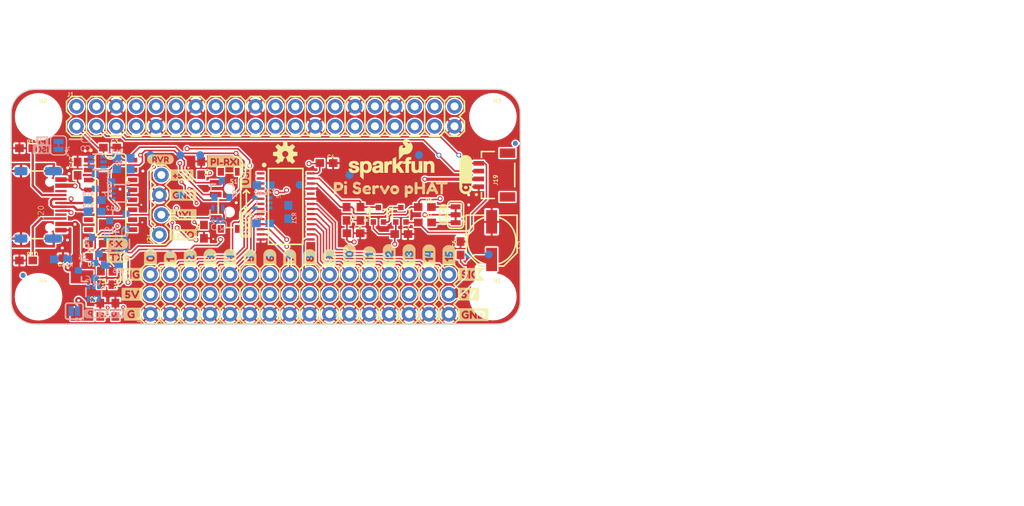
<source format=kicad_pcb>
(kicad_pcb (version 20211014) (generator pcbnew)
  (layers (0 "F.Cu" signal) (1 "In1.Cu" signal) (2 "In2.Cu" signal) (31 "B.Cu" signal) (34 "B.Paste" user) (35 "F.Paste" user) (36 "B.SilkS" user "B.Silkscreen") (37 "F.SilkS" user "F.Silkscreen") (38 "B.Mask" user) (39 "F.Mask" user) (44 "Edge.Cuts" user))
  (net 0 "")
  (net 1 "N$3")
  (net 2 "N$4")
  (net 3 "GND")
  (net 4 "LV_SCL")
  (net 5 "LV_SDA")
  (net 6 "CH15")
  (net 7 "CH14")
  (net 8 "CH13")
  (net 9 "CH12")
  (net 10 "CH11")
  (net 11 "CH10")
  (net 12 "CH9")
  (net 13 "CH8")
  (net 14 "CH6")
  (net 15 "CH5")
  (net 16 "CH4")
  (net 17 "CH3")
  (net 18 "CH2")
  (net 19 "CH1")
  (net 20 "CH0")
  (net 21 "CH7")
  (net 22 "SERVO")
  (net 23 "PI-5V")
  (net 24 "VBUS")
  (net 25 "SHLD")
  (net 26 "D-")
  (net 27 "D+")
  (net 28 "N$14")
  (net 29 "CC2")
  (net 30 "CC1")
  (net 31 "PI-RXI")
  (net 32 "PI-TXO")
  (net 33 "N$2")
  (net 34 "N$5")
  (net 35 "3.3V")
  (net 36 "N$6")
  (net 37 "N$7")
  (net 38 "N$9")
  (net 39 "N$10")
  (net 40 "USB-5V")
  (net 41 "RVR-5V")
  (net 42 "N$1")
  (net 43 "N$11")
  (net 44 "N$15")
  (net 45 "N$16")
  (net 46 "N$18")
  (net 47 "N$19")
  (net 48 "N$8")
  (net 49 "N$12")
  (net 50 "N$13")
  (net 51 "N$17")
  (net 52 "RVR-TXO")
  (net 53 "CH340-TXO")
  (net 54 "5V")
  (net 55 "N$20")
  (footprint "boardEagle:0603" (layer "F.Cu") (at 168.8077 105.043)
    (fp_text reference "R5")
    (fp_text value "10k")
  )
  (footprint "boardEagle:LED-0603" (layer "F.Cu") (at 126.8215 111.4184 180)
    (fp_text reference "D1")
    (fp_text value "GREEN")
  )
  (footprint "boardEagle:USB0" (layer "F.Cu") (at 145.9223 103.0618 90)
    (fp_text reference "U$34" hide)
    (fp_text value "" hide)
  )
  (footprint "boardEagle:SMT-JUMPER_3_2-NC_TRACE_SILK" (layer "F.Cu") (at 172.7447 106.0336 -90)
    (fp_text reference "JP3")
    (fp_text value "I2C")
  )
  (footprint "boardEagle:1X04_LOCK" (layer "F.Cu") (at 135.0511 108.5736 90)
    (fp_text reference "J21")
    (fp_text value "RVR")
  )
  (footprint "boardEagle:TXO0" (layer "F.Cu") (at 135.7877 108.599)
    (fp_text reference "U$25" hide)
    (fp_text value "" hide)
  )
  (footprint "boardEagle:JST04_1MM_RA" (layer "F.Cu") (at 175.6911 100.9536 90)
    (fp_text reference "J19")
    (fp_text value "QWIIC")
  )
  (footprint "boardEagle:STAND-OFF" (layer "F.Cu") (at 119.5011 93.5036)
    (fp_text reference "H2")
    (fp_text value "STAND-OFF")
  )
  (footprint "boardEagle:735" (layer "F.Cu") (at 151.5611 112.9551 90)
    (fp_text reference "U$10" hide)
    (fp_text value "" hide)
  )
  (footprint "boardEagle:PI#RXI2" (layer "F.Cu") (at 140.6391 99.2518)
    (fp_text reference "U$26" hide)
    (fp_text value "" hide)
  )
  (footprint "boardEagle:0603" (layer "F.Cu") (at 127.3803 118.1748 -90)
    (fp_text reference "R8")
    (fp_text value "10k")
  )
  (footprint "boardEagle:028" (layer "F.Cu") (at 133.7811 112.9551 90)
    (fp_text reference "U$3" hide)
    (fp_text value "" hide)
  )
  (footprint "boardEagle:GND25" (layer "F.Cu") (at 172.5796 118.7971)
    (fp_text reference "U$23" hide)
    (fp_text value "" hide)
  )
  (footprint "boardEagle:SO016" (layer "F.Cu") (at 128.7011 103.4936 -90)
    (fp_text reference "U3")
    (fp_text value "CH340C")
  )
  (footprint "boardEagle:PI_SERVO_PHAT0" (layer "F.Cu") (at 155.7521 102.6046)
    (fp_text reference "U$41" hide)
    (fp_text value "" hide)
  )
  (footprint "boardEagle:331" (layer "F.Cu") (at 141.4011 112.9551 90)
    (fp_text reference "U$6" hide)
    (fp_text value "" hide)
  )
  (footprint "boardEagle:533" (layer "F.Cu") (at 146.4811 112.9551 90)
    (fp_text reference "U$8" hide)
    (fp_text value "" hide)
  )
  (footprint "boardEagle:TSSOP-28_4MM" (layer "F.Cu") (at 151.0411 104.9636)
    (fp_text reference "U1")
    (fp_text value "PCA9685")
  )
  (footprint "boardEagle:1X03" (layer "F.Cu") (at 143.9411 118.7336 90)
    (fp_text reference "J7")
    (fp_text value "")
  )
  (footprint "boardEagle:0603" (layer "F.Cu") (at 160.6035 105.9066 -90)
    (fp_text reference "R1")
    (fp_text value "10k")
  )
  (footprint "boardEagle:5V5" (layer "F.Cu") (at 172.5415 116.1682)
    (fp_text reference "U$24" hide)
    (fp_text value "" hide)
  )
  (footprint "boardEagle:0603" (layer "F.Cu") (at 128.6249 97.4484)
    (fp_text reference "C3")
    (fp_text value "0.1uF")
  )
  (footprint "boardEagle:SOT323" (layer "F.Cu") (at 162.8895 106.0336)
    (fp_text reference "Q4")
    (fp_text value "310mA/60V/1.6Ω")
  )
  (footprint "boardEagle:OSHW-LOGO-S" (layer "F.Cu") (at 150.9896 98.2612)
    (fp_text reference "LOGO2" hide)
    (fp_text value "OSHW-LOGOS" hide)
  )
  (footprint "boardEagle:#5V3" (layer "F.Cu") (at 135.8131 100.9536)
    (fp_text reference "U$27" hide)
    (fp_text value "" hide)
  )
  (footprint "boardEagle:1X03" (layer "F.Cu") (at 154.1011 118.7336 90)
    (fp_text reference "J11")
    (fp_text value "")
  )
  (footprint "boardEagle:1X03" (layer "F.Cu") (at 149.0211 118.7336 90)
    (fp_text reference "J9")
    (fp_text value "")
  )
  (footprint "boardEagle:TP_15TH" (layer "F.Cu") (at 170.6111 98.4136)
    (fp_text reference "TP19" hide)
    (fp_text value "" hide)
  )
  (footprint "boardEagle:1139" (layer "F.Cu") (at 161.7211 112.9551 90)
    (fp_text reference "U$14" hide)
    (fp_text value "" hide)
  )
  (footprint "boardEagle:_RXI_0" (layer "F.Cu") (at 135.8385 106.0336)
    (fp_text reference "U$33" hide)
    (fp_text value "" hide)
  )
  (footprint "boardEagle:SOT323" (layer "F.Cu") (at 165.7597 106.0336)
    (fp_text reference "Q1")
    (fp_text value "310mA/60V/1.6Ω")
  )
  (footprint "boardEagle:SIG3" (layer "F.Cu") (at 172.5796 113.6536)
    (fp_text reference "U$22" hide)
    (fp_text value "" hide)
  )
  (footprint "boardEagle:836" (layer "F.Cu") (at 154.1011 112.9551 90)
    (fp_text reference "U$11" hide)
    (fp_text value "" hide)
  )
  (footprint "boardEagle:1038" (layer "F.Cu") (at 159.1811 112.9551 90)
    (fp_text reference "U$13" hide)
    (fp_text value "" hide)
  )
  (footprint "boardEagle:0603" (layer "F.Cu") (at 128.9297 114.1108 -90)
    (fp_text reference "R12")
    (fp_text value "330")
  )
  (footprint "boardEagle:129" (layer "F.Cu") (at 136.3211 112.9551 90)
    (fp_text reference "U$4" hide)
    (fp_text value "" hide)
  )
  (footprint "boardEagle:SIG2" (layer "F.Cu") (at 129.3234 113.6536)
    (fp_text reference "U$21" hide)
    (fp_text value "" hide)
  )
  (footprint "boardEagle:1X03" (layer "F.Cu") (at 136.3211 118.7336 90)
    (fp_text reference "J4")
    (fp_text value "")
  )
  (footprint "boardEagle:0603" (layer "F.Cu") (at 127.4565 114.0854 -90)
    (fp_text reference "R16")
    (fp_text value "1k")
  )
  (footprint "boardEagle:RVR1" (layer "F.Cu") (at 145.9223 109.3864 90)
    (fp_text reference "U$31" hide)
    (fp_text value "" hide)
  )
  (footprint "boardEagle:1X03" (layer "F.Cu") (at 146.4811 118.7336 90)
    (fp_text reference "J8")
    (fp_text value "")
  )
  (footprint "boardEagle:0603" (layer "F.Cu") (at 168.8331 107.0242)
    (fp_text reference "R4")
    (fp_text value "10k")
  )
  (footprint "boardEagle:1X03" (layer "F.Cu") (at 141.4011 118.7336 90)
    (fp_text reference "J6")
    (fp_text value "")
  )
  (footprint "boardEagle:QWIIC_5MM" (layer "F.Cu") (at 174.0147 100.9282 90)
    (fp_text reference "U$1" hide)
    (fp_text value "QWIIC_LOGO_5MM" hide)
  )
  (footprint "boardEagle:0603" (layer "F.Cu") (at 165.8105 108.4974)
    (fp_text reference "C7")
    (fp_text value "0.1uF")
  )
  (footprint "boardEagle:FIDUCIAL-MICRO" (layer "F.Cu") (at 180.3647 96.915)
    (fp_text reference "FD2" hide)
    (fp_text value "FIDUCIALUFIDUCIAL" hide)
  )
  (footprint "boardEagle:0603" (layer "F.Cu") (at 173.372081 110.31096 90)
    (fp_text reference "C6")
    (fp_text value "0.1uF")
  )
  (footprint "boardEagle:SFE_LOGO_NAME_FLAME_.1" (layer "F.Cu") (at 164.6421 100.0519)
    (fp_text reference "LOGO1" hide)
    (fp_text value "SFE_LOGO_NAME_FLAME.1_INCH" hide)
  )
  (footprint "boardEagle:0603" (layer "F.Cu") (at 117.9061 111.8756)
    (fp_text reference "R10")
    (fp_text value "5.1k")
  )
  (footprint "boardEagle:GND2" (layer "F.Cu") (at 135.8131 103.519)
    (fp_text reference "U$28" hide)
    (fp_text value "" hide)
  )
  (footprint "boardEagle:RX0" (layer "F.Cu") (at 127.692718 109.75216)
    (fp_text reference "U$36" hide)
    (fp_text value "" hide)
  )
  (footprint "boardEagle:1X03" (layer "F.Cu") (at 159.1811 118.7336 90)
    (fp_text reference "J13")
    (fp_text value "")
  )
  (footprint "boardEagle:937" (layer "F.Cu") (at 156.6411 112.9551 90)
    (fp_text reference "U$12" hide)
    (fp_text value "" hide)
  )
  (footprint "boardEagle:RASP_μPI_HAT_SPECIFICATION" (layer "F.Cu") (at 147.7511 107.3036)
    (fp_text reference "U$30" hide)
    (fp_text value "" hide)
  )
  (footprint "boardEagle:2X20" (layer "F.Cu") (at 124.3411 94.7236)
    (fp_text reference "J1")
    (fp_text value "RASPBERRYPI-40-PIN-GPIO")
  )
  (footprint "boardEagle:TX1" (layer "F.Cu") (at 127.781618 111.46666)
    (fp_text reference "U$37" hide)
    (fp_text value "" hide)
  )
  (footprint "boardEagle:1X03" (layer "F.Cu") (at 138.8611 118.7336 90)
    (fp_text reference "J5")
    (fp_text value "")
  )
  (footprint "boardEagle:1X03" (layer "F.Cu") (at 133.7811 118.7336 90)
    (fp_text reference "J3")
    (fp_text value "")
  )
  (footprint "boardEagle:0603" (layer "F.Cu") (at 158.8255 105.9066 -90)
    (fp_text reference "R2")
    (fp_text value "10k")
  )
  (footprint "boardEagle:1X03" (layer "F.Cu") (at 169.3411 118.7336 90)
    (fp_text reference "J17")
    (fp_text value "")
  )
  (footprint "boardEagle:PANASONIC_D" (layer "F.Cu") (at 177.3421 109.3356 -90)
    (fp_text reference "C5")
    (fp_text value "100uF")
  )
  (footprint "boardEagle:SWITCH_SPST_SMD_A" (layer "F.Cu") (at 143.8675 104.187 -90)
    (fp_text reference "S1")
    (fp_text value "")
  )
  (footprint "boardEagle:TP_15TH" (layer "F.Cu") (at 173.1511 98.4136)
    (fp_text reference "TP18" hide)
    (fp_text value "" hide)
  )
  (footprint "boardEagle:1240" (layer "F.Cu") (at 164.2611 112.9551 90)
    (fp_text reference "U$15" hide)
    (fp_text value "" hide)
  )
  (footprint "boardEagle:230" (layer "F.Cu") (at 138.8611 112.9551 90)
    (fp_text reference "U$5" hide)
    (fp_text value "" hide)
  )
  (footprint "boardEagle:1X03" (layer "F.Cu") (at 166.8011 118.7336 90)
    (fp_text reference "J16")
    (fp_text value "")
  )
  (footprint "boardEagle:5V5" (layer "F.Cu") (at 129.5901 116.1936)
    (fp_text reference "U$20" hide)
    (fp_text value "" hide)
  )
  (footprint "boardEagle:1812" (layer "F.Cu") (at 125.040959 116.356163 -90)
    (fp_text reference "F2")
    (fp_text value "16V/2.5A(5A TRIP)")
  )
  (footprint "boardEagle:STAND-OFF" (layer "F.Cu") (at 177.5011 116.5036)
    (fp_text reference "H1")
    (fp_text value "STAND-OFF")
  )
  (footprint "boardEagle:1442" (layer "F.Cu") (at 169.3411 112.9551 90)
    (fp_text reference "U$17" hide)
    (fp_text value "" hide)
  )
  (footprint "boardEagle:1543" (layer "F.Cu") (at 171.8811 112.9551 90)
    (fp_text reference "U$18" hide)
    (fp_text value "" hide)
  )
  (footprint "boardEagle:G_0" (layer "F.Cu") (at 129.9203 118.7336)
    (fp_text reference "U$40" hide)
    (fp_text value "" hide)
  )
  (footprint "boardEagle:0603" (layer "F.Cu") (at 159.7145 108.3958)
    (fp_text reference "C8")
    (fp_text value "0.1uF")
  )
  (footprint "boardEagle:USB-C-16P" (layer "F.Cu") (at 122.3511 104.7636 -90)
    (fp_text reference "J20")
    (fp_text value "USB C")
  )
  (footprint "boardEagle:LED-0603" (layer "F.Cu") (at 126.8215 109.7166 180)
    (fp_text reference "D2")
    (fp_text value "Yellow")
  )
  (footprint "boardEagle:0603" (layer "F.Cu") (at 129.3107 118.1748 -90)
    (fp_text reference "R7")
    (fp_text value "47k")
  )
  (footprint "boardEagle:STAND-OFF" (layer "F.Cu") (at 119.5011 116.5036)
    (fp_text reference "H4")
    (fp_text value "STAND-OFF")
  )
  (footprint "boardEagle:1341" (layer "F.Cu") (at 166.8011 112.9551 90)
    (fp_text reference "U$16" hide)
    (fp_text value "" hide)
  )
  (footprint "boardEagle:0603" (layer "F.Cu") (at 117.9061 97.5246)
    (fp_text reference "R11")
    (fp_text value "5.1k")
  )
  (footprint "boardEagle:0603" (layer "F.Cu") (at 140.6137 108.1926 90)
    (fp_text reference "R6")
    (fp_text value "10k")
  )
  (footprint "boardEagle:634" (layer "F.Cu") (at 149.0211 112.9551 90)
    (fp_text reference "U$9" hide)
    (fp_text value "" hide)
  )
  (footprint "boardEagle:432" (layer "F.Cu") (at 143.9411 112.9551 90)
    (fp_text reference "U$7" hide)
    (fp_text value "" hide)
  )
  (footprint "boardEagle:1X03" (layer "F.Cu") (at 161.7211 118.7336 90)
    (fp_text reference "J14")
    (fp_text value "")
  )
  (footprint "boardEagle:CREATIVE_COMMONS" (layer "F.Cu") (at 140.1311 140.3236)
    (fp_text reference "FRAME2" hide)
    (fp_text value "FRAME-LEDGER" hide)
  )
  (footprint "boardEagle:1X03" (layer "F.Cu") (at 164.2611 118.7336 90)
    (fp_text reference "J15")
    (fp_text value "")
  )
  (footprint "boardEagle:RVR0" (layer "F.Cu") (at 133.2985 98.947)
    (fp_text reference "U$38" hide)
    (fp_text value "" hide)
  )
  (footprint "boardEagle:1X03" (layer "F.Cu") (at 151.5611 118.7336 90)
    (fp_text reference "J10")
    (fp_text value "")
  )
  (footprint "boardEagle:I_SUPER2_C-()-03" (layer "F.Cu") (at 171.1953 107.4306 90)
    (fp_text reference "U$2" hide)
    (fp_text value "" hide)
  )
  (footprint "boardEagle:0603" (layer "F.Cu") (at 156.2601 99.4296)
    (fp_text reference "C4")
    (fp_text value "0.1uF")
  )
  (footprint "boardEagle:0603" (layer "F.Cu") (at 123.4687 111.5962 180)
    (fp_text reference "C10")
    (fp_text value "0.1uF")
  )
  (footprint "boardEagle:1X03" (layer "F.Cu") (at 156.6411 118.7336 90)
    (fp_text reference "J12")
    (fp_text value "")
  )
  (footprint "boardEagle:0603" (layer "F.Cu") (at 124.4847 100.1408 90)
    (fp_text reference "C17")
    (fp_text value "10nF")
  )
  (footprint "boardEagle:0603" (layer "F.Cu") (at 140.2581 100.0646 -90)
    (fp_text reference "R3")
    (fp_text value "47k")
  )
  (footprint "boardEagle:1X03" (layer "F.Cu") (at 171.8811 118.7336 90)
    (fp_text reference "J18")
    (fp_text value "")
  )
  (footprint "boardEagle:FIDUCIAL-MICRO" (layer "F.Cu") (at 117.5251 113.7806)
    (fp_text reference "FD1" hide)
    (fp_text value "FIDUCIALUFIDUCIAL" hide)
  )
  (footprint "boardEagle:STAND-OFF" (layer "F.Cu") (at 177.5011 93.5036)
    (fp_text reference "H3")
    (fp_text value "STAND-OFF")
  )
  (footprint "boardEagle:PAD.03X.04" (layer "B.Cu") (at 166.8011 111.1136 -90)
    (fp_text reference "TP13" hide)
    (fp_text value "" hide)
  )
  (footprint "boardEagle:PAD.03X.04" (layer "B.Cu") (at 168.0711 98.4136 180)
    (fp_text reference "TP22" hide)
    (fp_text value "" hide)
  )
  (footprint "boardEagle:SOT23-3" (layer "B.Cu") (at 125.6785 113.1456 -90)
    (fp_text reference "Q5")
    (fp_text value "20V/4.2A/52mΩ/1.4W")
  )
  (footprint "boardEagle:PAD.03X.04" (layer "B.Cu") (at 137.5911 103.4936)
    (fp_text reference "TP21" hide)
    (fp_text value "" hide)
  )
  (footprint "boardEagle:0603" (layer "B.Cu") (at 128.8789 112.4344)
    (fp_text reference "R15")
    (fp_text value "10k")
  )
  (footprint "boardEagle:PAD.03X.04" (layer "B.Cu") (at 152.8311 102.1982 180)
    (fp_text reference "TP25" hide)
    (fp_text value "" hide)
  )
  (footprint "boardEagle:PAD.03X.04" (layer "B.Cu") (at 151.5611 111.1136 -90)
    (fp_text reference "TP7" hide)
    (fp_text value "" hide)
  )
  (footprint "boardEagle:PAD.03X.04" (layer "B.Cu") (at 169.3411 111.1136 -90)
    (fp_text reference "TP14" hide)
    (fp_text value "" hide)
  )
  (footprint "boardEagle:PAD.03X.04" (layer "B.Cu") (at 133.7811 98.4136 180)
    (fp_text reference "TP23" hide)
    (fp_text value "" hide)
  )
  (footprint "boardEagle:0603" (layer "B.Cu") (at 126.6437 105.6272 180)
    (fp_text reference "R19")
    (fp_text value "10k")
  )
  (footprint "boardEagle:SMT-JUMPER_2_NC_TRACE_SILK" (layer "B.Cu") (at 122.0463 97.169 90)
    (fp_text reference "JP4")
    (fp_text value "PI ISO")
  )
  (footprint "boardEagle:0603" (layer "B.Cu") (at 130.3521 100.217 180)
    (fp_text reference "R9")
    (fp_text value "47k")
  )
  (footprint "boardEagle:0603" (layer "B.Cu") (at 148.1575 107.1258 180)
    (fp_text reference "R17")
    (fp_text value "240")
  )
  (footprint "boardEagle:0603" (layer "B.Cu") (at 126.6437 104.154 180)
    (fp_text reference "R18")
    (fp_text value "240")
  )
  (footprint "boardEagle:SOT23-3" (layer "B.Cu") (at 127.2787 109.9198)
    (fp_text reference "Q9")
    (fp_text value "20V/4.2A/52mΩ/1.4W")
  )
  (footprint "boardEagle:PI0" (layer "B.Cu") (at 121.1065 96.6102 180)
    (fp_text reference "U$35" hide)
    (fp_text value "" hide)
  )
  (footprint "boardEagle:PAD.03X.04" (layer "B.Cu") (at 161.7211 111.1136 -90)
    (fp_text reference "TP11" hide)
    (fp_text value "" hide)
  )
  (footprint "boardEagle:ISO1" (layer "B.Cu") (at 121.4875 97.6643 180)
    (fp_text reference "U$32" hide)
    (fp_text value "" hide)
  )
  (footprint "boardEagle:SOT363_PHILIPS" (layer "B.Cu") (at 126.9993 99.2772 -90)
    (fp_text reference "Q8")
    (fp_text value "")
  )
  (footprint "boardEagle:PAD.03X.04" (layer "B.Cu") (at 164.2611 111.1136 -90)
    (fp_text reference "TP12" hide)
    (fp_text value "" hide)
  )
  (footprint "boardEagle:SOT363_PHILIPS" (layer "B.Cu") (at 126.5421 115.9396 180)
    (fp_text reference "Q6")
    (fp_text value "")
  )
  (footprint "boardEagle:SMT-JUMPER_2_NO_SILK" (layer "B.Cu") (at 124.060518 118.35006)
    (fp_text reference "JP2")
    (fp_text value "FUSE BP")
  )
  (footprint "boardEagle:PAD.03X.04" (layer "B.Cu") (at 156.6411 111.1136 -90)
    (fp_text reference "TP9" hide)
    (fp_text value "" hide)
  )
  (footprint "boardEagle:PAD.03X.04" (layer "B.Cu") (at 136.3211 111.1136 -90)
    (fp_text reference "TP1" hide)
    (fp_text value "" hide)
  )
  (footprint "boardEagle:PAD.03X.04" (layer "B.Cu") (at 143.9411 111.1136 -90)
    (fp_text reference "TP4" hide)
    (fp_text value "" hide)
  )
  (footprint "boardEagle:FUSE_BP0" (layer "B.Cu") (at 130.8855 118.6574 180)
    (fp_text reference "U$39" hide)
    (fp_text value "" hide)
  )
  (footprint "boardEagle:PAD.03X.04" (layer "B.Cu") (at 146.4811 111.1136 -90)
    (fp_text reference "TP5" hide)
    (fp_text value "" hide)
  )
  (footprint "boardEagle:PAD.03X.04" (layer "B.Cu") (at 140.1311 98.4136 180)
    (fp_text reference "TP26" hide)
    (fp_text value "" hide)
  )
  (footprint "boardEagle:PAD.03X.04" (layer "B.Cu") (at 141.4011 111.1136 -90)
    (fp_text reference "TP3" hide)
    (fp_text value "" hide)
  )
  (footprint "boardEagle:PAD.03X.04" (layer "B.Cu") (at 171.8811 111.1136 -90)
    (fp_text reference "TP15" hide)
    (fp_text value "" hide)
  )
  (footprint "boardEagle:0603" (layer "B.Cu") (at 130.3521 98.7438 180)
    (fp_text reference "R13")
    (fp_text value "10k")
  )
  (footprint "boardEagle:0603" (layer "B.Cu") (at 151.3833 105.678 90)
    (fp_text reference "R21")
    (fp_text value "10k")
  )
  (footprint "boardEagle:PAD.03X.04" (layer "B.Cu") (at 149.0211 111.1136 -90)
    (fp_text reference "TP6" hide)
    (fp_text value "" hide)
  )
  (footprint "boardEagle:FIDUCIAL-MICRO" (layer "B.Cu") (at 180.3647 96.915 180)
    (fp_text reference "FD4" hide)
    (fp_text value "FIDUCIALUFIDUCIAL" hide)
  )
  (footprint "boardEagle:SOT363_PHILIPS" (layer "B.Cu") (at 142.3917 105.9574)
    (fp_text reference "Q3")
    (fp_text value "")
  )
  (footprint "boardEagle:PAD.03X.04" (layer "B.Cu") (at 154.1011 111.1136 -90)
    (fp_text reference "TP8" hide)
    (fp_text value "" hide)
  )
  (footprint "boardEagle:0603" (layer "B.Cu") (at 122.3511 111.7232)
    (fp_text reference "R14")
    (fp_text value "47k")
  )
  (footprint "boardEagle:PAD.03X.04" (layer "B.Cu") (at 138.8611 111.1136 -90)
    (fp_text reference "TP2" hide)
    (fp_text value "" hide)
  )
  (footprint "boardEagle:SOT353" (layer "B.Cu") (at 148.0559 104.5096 -90)
    (fp_text reference "U2")
    (fp_text value "SN74LVC1G32DCKR")
  )
  (footprint "boardEagle:PAD.03X.04" (layer "B.Cu") (at 159.1811 111.1136 -90)
    (fp_text reference "TP10" hide)
    (fp_text value "" hide)
  )
  (footprint "boardEagle:FIDUCIAL-MICRO" (layer "B.Cu") (at 117.5251 113.7806 180)
    (fp_text reference "FD3" hide)
    (fp_text value "FIDUCIALUFIDUCIAL" hide)
  )
  (footprint "boardEagle:PAD.03X.04" (layer "B.Cu") (at 137.5911 98.4136)
    (fp_text reference "TP20" hide)
    (fp_text value "" hide)
  )
  (footprint "boardEagle:SOT23-3" (layer "B.Cu") (at 127.7359 101.7664 90)
    (fp_text reference "Q7")
    (fp_text value "20V/4.2A/52mΩ/1.4W")
  )
  (footprint "boardEagle:SOT23-3" (layer "B.Cu") (at 129.6663 106.8464 -90)
    (fp_text reference "Q12")
    (fp_text value "20V/4.2A/52mΩ/1.4W")
  )
  (footprint "boardEagle:SOT23-3" (layer "B.Cu") (at 142.8997 102.8078 180)
    (fp_text reference "Q2")
    (fp_text value "20V/4.2A/52mΩ/1.4W")
  )
  (footprint "boardEagle:PAD.03X.04" (layer "B.Cu") (at 159.1811 100.9536 180)
    (fp_text reference "TP24" hide)
    (fp_text value "" hide)
  )
  (footprint "boardEagle:PAD.03X.04" (layer "B.Cu") (at 176.9611 111.1136 180)
    (fp_text reference "TP17" hide)
    (fp_text value "" hide)
  )
  (footprint "boardEagle:PAD.03X.04" (layer "B.Cu") (at 133.7811 111.1136 -90)
    (fp_text reference "TP0" hide)
    (fp_text value "" hide)
  )
  (footprint "boardEagle:SOT363_PHILIPS" (layer "B.Cu") (at 130.0981 109.742 180)
    (fp_text reference "Q10")
    (fp_text value "")
  )
  (footprint "boardEagle:SC70-6" (layer "B.Cu") (at 129.9457 103.2904 -90)
    (fp_text reference "Q11")
    (fp_text value "")
  )
  (footprint "boardEagle:PAD.03X.04" (layer "B.Cu") (at 174.4211 111.1136 180)
    (fp_text reference "TP16" hide)
    (fp_text value "" hide)
  )
  (footprint "boardEagle:0603" (layer "B.Cu") (at 148.2337 102.249)
    (fp_text reference "R20")
    (fp_text value "10k")
  )
  (gr_line (start 146.0239 105.4748) (end 145.6683 105.1192) (layer "F.SilkS") (width 0.2032))
  (gr_line (start 146.0239 102.8586) (end 146.0239 105.4748) (layer "F.SilkS") (width 0.2032))
  (gr_line (start 146.0239 105.4748) (end 146.4049 105.0938) (layer "F.SilkS") (width 0.2032))
  (gr_line (start 146.4303 103.265) (end 146.0239 102.8586) (layer "F.SilkS") (width 0.2032))
  (gr_line (start 145.6175 103.265) (end 146.0239 102.8586) (layer "F.SilkS") (width 0.2032))
  (gr_line (start 178.0011 120.0036) (end 119.0011 120.0036) (layer "Edge.Cuts") (width 0.1524))
  (gr_line (start 119.0011 90.0036) (end 178.0011 90.0036) (layer "Edge.Cuts") (width 0.1524))
  (gr_arc (start 119.0011 120.0036) (mid 116.87978 119.12492) (end 116.0011 117.0036) (layer "Edge.Cuts") (width 0.1524))
  (gr_line (start 181.0011 93.0036) (end 181.0011 117.0036) (layer "Edge.Cuts") (width 0.1524))
  (gr_line (start 116.0011 117.0036) (end 116.0011 93.0036) (layer "Edge.Cuts") (width 0.1524))
  (gr_arc (start 181.0011 117.0036) (mid 180.12242 119.12492) (end 178.0011 120.0036) (layer "Edge.Cuts") (width 0.1524))
  (gr_arc (start 116.0011 93.0036) (mid 116.87978 90.88228) (end 119.0011 90.0036) (layer "Edge.Cuts") (width 0.1524))
  (gr_arc (start 178.0011 90.0036) (mid 180.12242 90.88228) (end 181.0011 93.0036) (layer "Edge.Cuts") (width 0.1524))
  (segment (start 159.4995 105.0566) (end 158.8255 105.0566) (width 0.2032) (layer "F.Cu") (net 1))
  (segment (start 159.7145 105.7796) (end 159.7145 105.2716) (width 0.2032) (layer "F.Cu") (net 1))
  (segment (start 164.3733 105.1086) (end 165.7597 105.1086) (width 0.2032) (layer "F.Cu") (net 1))
  (segment (start 159.7145 105.2716) (end 159.4995 105.0566) (width 0.2032) (layer "F.Cu") (net 1))
  (segment (start 159.8415 105.9066) (end 163.5753 105.9066) (width 0.2032) (layer "F.Cu") (net 1))
  (segment (start 163.5753 105.9066) (end 164.3733 105.1086) (width 0.2032) (layer "F.Cu") (net 1))
  (segment (start 158.0517 105.0566) (end 158.8255 105.0566) (width 0.2032) (layer "F.Cu") (net 1))
  (segment (start 155.0337 102.0386) (end 158.0517 105.0566) (width 0.2032) (layer "F.Cu") (net 1))
  (segment (start 159.7145 105.7796) (end 159.8415 105.9066) (width 0.2032) (layer "F.Cu") (net 1))
  (segment (start 154.2411 102.0386) (end 155.0337 102.0386) (width 0.2032) (layer "F.Cu") (net 1))
  (segment (start 160.5781 105.0312) (end 160.6035 105.0566) (width 0.2032) (layer "F.Cu") (net 2))
  (segment (start 160.5781 104.3572) (end 160.5781 105.0312) (width 0.2032) (layer "F.Cu") (net 2))
  (segment (start 154.2411 101.3886) (end 155.3235 101.3886) (width 0.2032) (layer "F.Cu") (net 2))
  (segment (start 158.1621 104.2272) (end 155.3235 101.3886) (width 0.2032) (layer "F.Cu") (net 2))
  (segment (start 160.4481 104.2272) (end 160.5781 104.3572) (width 0.2032) (layer "F.Cu") (net 2))
  (segment (start 162.8375 105.0566) (end 160.6035 105.0566) (width 0.2032) (layer "F.Cu") (net 2))
  (segment (start 162.8895 105.1086) (end 162.8375 105.0566) (width 0.2032) (layer "F.Cu") (net 2))
  (segment (start 160.4481 104.2272) (end 158.1621 104.2272) (width 0.2032) (layer "F.Cu") (net 2))
  (via blind (at 132.8159 100.4456) (size 0.635) (drill 0.381) (layers "F.Cu" "In1.Cu") (net 3))
  (via blind (at 122.5289 110.2754) (size 0.635) (drill 0.381) (layers "F.Cu" "In1.Cu") (net 3))
  (via blind (at 129.8949 102.757) (size 0.635) (drill 0.381) (layers "F.Cu" "In1.Cu") (net 3))
  (via blind (at 144.7285 104.4842) (size 0.635) (drill 0.381) (layers "F.Cu" "In1.Cu") (net 3))
  (via blind (at 123.1893 109.2594) (size 0.635) (drill 0.381) (layers "F.Cu" "In1.Cu") (net 3))
  (via blind (at 138.6325 100.0138) (size 0.508) (drill 0.254) (layers "F.Cu" "In1.Cu") (net 3))
  (via blind (at 132.6127 104.7636) (size 0.508) (drill 0.254) (layers "F.Cu" "In1.Cu") (net 3))
  (via blind (at 123.3925 100.7758) (size 0.635) (drill 0.381) (layers "F.Cu" "In1.Cu") (net 3))
  (via blind (at 174.4211 104.7636) (size 0.635) (drill 0.381) (layers "F.Cu" "In1.Cu") (net 3))
  (via blind (at 174.4211 103.4936) (size 0.635) (drill 0.381) (layers "F.Cu" "In1.Cu") (net 3))
  (via blind (at 128.6503 111.52) (size 0.508) (drill 0.254) (layers "F.Cu" "In1.Cu") (net 3))
  (via blind (at 123.2147 100.0392) (size 0.635) (drill 0.381) (layers "F.Cu" "In1.Cu") (net 3))
  (via blind (at 125.4499 97.8802) (size 0.635) (drill 0.381) (layers "F.Cu" "In1.Cu") (net 3))
  (via blind (at 132.7397 106.9988) (size 0.508) (drill 0.254) (layers "F.Cu" "In1.Cu") (net 3))
  (via blind (at 141.8075 109.1324) (size 0.508) (drill 0.254) (layers "F.Cu" "In1.Cu") (net 3))
  (segment (start 169.2531 108.2942) (end 167.9831 107.0242) (width 0.2032) (layer "F.Cu") (net 4))
  (segment (start 130.7743 96.0768) (end 170.8143 96.0768) (width 0.2032) (layer "F.Cu") (net 4))
  (segment (start 175.6911 99.4536) (end 176.4517 99.4536) (width 0.2032) (layer "F.Cu") (net 4))
  (segment (start 174.3957 108.2942) (end 169.2531 108.2942) (width 0.2032) (layer "F.Cu") (net 4))
  (segment (start 167.9831 107.0242) (end 166.4753 107.0242) (width 0.2032) (layer "F.Cu") (net 4))
  (segment (start 174.8275 107.8624) (end 174.3957 108.2942) (width 0.2032) (layer "F.Cu") (net 4))
  (segment (start 173.1511 98.4136) (end 174.1911 99.4536) (width 0.2032) (layer "F.Cu") (net 4))
  (segment (start 176.4517 99.4536) (end 176.6817 99.6836) (width 0.2032) (layer "F.Cu") (net 4))
  (segment (start 176.6817 104.0778) (end 174.8275 105.932) (width 0.2032) (layer "F.Cu") (net 4))
  (segment (start 176.6817 99.6836) (end 176.6817 104.0778) (width 0.2032) (layer "F.Cu") (net 4))
  (segment (start 129.4211 94.7236) (end 130.7743 96.0768) (width 0.2032) (layer "F.Cu") (net 4))
  (segment (start 170.8143 96.0768) (end 173.1511 98.4136) (width 0.2032) (layer "F.Cu") (net 4))
  (segment (start 174.8275 105.932) (end 174.8275 107.8624) (width 0.2032) (layer "F.Cu") (net 4))
  (segment (start 166.4753 107.0242) (end 166.4097 106.9586) (width 0.2032) (layer "F.Cu") (net 4))
  (segment (start 174.1911 99.4536) (end 175.6911 99.4536) (width 0.2032) (layer "F.Cu") (net 4))
  (segment (start 168.0711 104.3318) (end 168.3251 104.0778) (width 0.2032) (layer "F.Cu") (net 5))
  (segment (start 170.6619 104.0778) (end 168.3251 104.0778) (width 0.2032) (layer "F.Cu") (net 5))
  (segment (start 167.9577 105.043) (end 168.0711 104.9296) (width 0.2032) (layer "F.Cu") (net 5))
  (segment (start 166.6487 105.3986) (end 166.6487 105.805) (width 0.2032) (layer "F.Cu") (net 5))
  (segment (start 164.1235 106.9586) (end 163.5395 106.9586) (width 0.2032) (layer "F.Cu") (net 5))
  (segment (start 166.6487 105.805) (end 166.4201 106.0336) (width 0.2032) (layer "F.Cu") (net 5))
  (segment (start 167.0043 105.043) (end 166.6487 105.3986) (width 0.2032) (layer "F.Cu") (net 5))
  (segment (start 172.6511 100.4536) (end 175.6911 100.4536) (width 0.2032) (layer "F.Cu") (net 5))
  (segment (start 164.4897 106.0336) (end 164.2865 106.2368) (width 0.2032) (layer "F.Cu") (net 5))
  (segment (start 164.2865 106.7956) (end 164.1235 106.9586) (width 0.2032) (layer "F.Cu") (net 5))
  (segment (start 170.6619 104.0778) (end 170.7635 103.9762) (width 0.2032) (layer "F.Cu") (net 5))
  (segment (start 167.9577 105.043) (end 167.0043 105.043) (width 0.2032) (layer "F.Cu") (net 5))
  (segment (start 130.0981 95.9752) (end 130.5807 96.4578) (width 0.2032) (layer "F.Cu") (net 5))
  (segment (start 170.6111 98.4136) (end 172.6511 100.4536) (width 0.2032) (layer "F.Cu") (net 5))
  (segment (start 168.6553 96.4578) (end 170.6111 98.4136) (width 0.2032) (layer "F.Cu") (net 5))
  (segment (start 166.4201 106.0336) (end 164.4897 106.0336) (width 0.2032) (layer "F.Cu") (net 5))
  (segment (start 164.2865 106.2368) (end 164.2865 106.7956) (width 0.2032) (layer "F.Cu") (net 5))
  (segment (start 128.1327 95.9752) (end 126.8811 94.7236) (width 0.2032) (layer "F.Cu") (net 5))
  (segment (start 168.0711 104.9296) (end 168.0711 104.3318) (width 0.2032) (layer "F.Cu") (net 5))
  (segment (start 130.5807 96.4578) (end 168.6553 96.4578) (width 0.2032) (layer "F.Cu") (net 5))
  (segment (start 130.0981 95.9752) (end 128.1327 95.9752) (width 0.2032) (layer "F.Cu") (net 5))
  (via blind (at 170.7635 103.9762) (size 0.635) (drill 0.381) (layers "F.Cu" "In1.Cu") (net 5))
  (segment (start 166.227737 112.0026) (end 165.846737 111.6216) (width 0.2032) (layer "F.Cu") (net 6))
  (segment (start 157.535518 110.4786) (end 157.4031 110.346182) (width 0.2032) (layer "F.Cu") (net 6))
  (segment (start 168.228918 112.0026) (end 166.227737 112.0026) (width 0.2032) (layer "F.Cu") (net 6))
  (segment (start 158.700193 110.4786) (end 157.535518 110.4786) (width 0.2032) (layer "F.Cu") (net 6))
  (segment (start 157.4031 110.346182) (end 157.4031 107.018782) (width 0.2032) (layer "F.Cu") (net 6))
  (segment (start 163.845556 111.6216) (end 163.464556 111.2406) (width 0.2032) (layer "F.Cu") (net 6))
  (segment (start 168.609918 112.3836) (end 168.228918 112.0026) (width 0.2032) (layer "F.Cu") (net 6))
  (segment (start 161.082375 110.8596) (end 159.081193 110.8596) (width 0.2032) (layer "F.Cu") (net 6))
  (segment (start 161.463375 111.2406) (end 161.082375 110.8596) (width 0.2032) (layer "F.Cu") (net 6))
  (segment (start 171.8811 113.6536) (end 170.6111 112.3836) (width 0.2032) (layer "F.Cu") (net 6))
  (segment (start 165.846737 111.6216) (end 163.845556 111.6216) (width 0.2032) (layer "F.Cu") (net 6))
  (segment (start 157.4031 107.018782) (end 155.022918 104.6386) (width 0.2032) (layer "F.Cu") (net 6))
  (segment (start 163.464556 111.2406) (end 161.463375 111.2406) (width 0.2032) (layer "F.Cu") (net 6))
  (segment (start 159.081193 110.8596) (end 158.700193 110.4786) (width 0.2032) (layer "F.Cu") (net 6))
  (segment (start 155.022918 104.6386) (end 154.2411 104.6386) (width 0.2032) (layer "F.Cu") (net 6))
  (segment (start 170.6111 112.3836) (end 168.609918 112.3836) (width 0.2032) (layer "F.Cu") (net 6))
  (segment (start 158.923375 111.2406) (end 158.542375 110.8596) (width 0.2032) (layer "F.Cu") (net 7))
  (segment (start 161.305556 111.6216) (end 160.924556 111.2406) (width 0.2032) (layer "F.Cu") (net 7))
  (segment (start 158.542375 110.8596) (end 157.1491 110.8596) (width 0.2032) (layer "F.Cu") (net 7))
  (segment (start 168.0711 112.3836) (end 166.069918 112.3836) (width 0.2032) (layer "F.Cu") (net 7))
  (segment (start 157.0221 110.7326) (end 157.0221 107.1766) (width 0.2032) (layer "F.Cu") (net 7))
  (segment (start 165.688918 112.0026) (end 163.687737 112.0026) (width 0.2032) (layer "F.Cu") (net 7))
  (segment (start 163.306737 111.6216) (end 161.305556 111.6216) (width 0.2032) (layer "F.Cu") (net 7))
  (segment (start 160.924556 111.2406) (end 158.923375 111.2406) (width 0.2032) (layer "F.Cu") (net 7))
  (segment (start 157.1491 110.8596) (end 157.0221 110.7326) (width 0.2032) (layer "F.Cu") (net 7))
  (segment (start 157.0221 107.1766) (end 155.1341 105.2886) (width 0.2032) (layer "F.Cu") (net 7))
  (segment (start 163.687737 112.0026) (end 163.306737 111.6216) (width 0.2032) (layer "F.Cu") (net 7))
  (segment (start 155.1341 105.2886) (end 154.2411 105.2886) (width 0.2032) (layer "F.Cu") (net 7))
  (segment (start 166.069918 112.3836) (end 165.688918 112.0026) (width 0.2032) (layer "F.Cu") (net 7))
  (segment (start 169.3411 113.6536) (end 168.0711 112.3836) (width 0.2032) (layer "F.Cu") (net 7))
  (segment (start 165.5311 112.3836) (end 163.529918 112.3836) (width 0.2032) (layer "F.Cu") (net 8))
  (segment (start 161.147737 112.0026) (end 160.766737 111.6216) (width 0.2032) (layer "F.Cu") (net 8))
  (segment (start 163.148918 112.0026) (end 161.147737 112.0026) (width 0.2032) (layer "F.Cu") (net 8))
  (segment (start 166.8011 113.6536) (end 165.5311 112.3836) (width 0.2032) (layer "F.Cu") (net 8))
  (segment (start 158.765556 111.6216) (end 158.384556 111.2406) (width 0.2032) (layer "F.Cu") (net 8))
  (segment (start 160.766737 111.6216) (end 158.765556 111.6216) (width 0.2032) (layer "F.Cu") (net 8))
  (segment (start 155.0221 105.9386) (end 154.2411 105.9386) (width 0.2032) (layer "F.Cu") (net 8))
  (segment (start 158.384556 111.2406) (end 156.835156 111.2406) (width 0.2032) (layer "F.Cu") (net 8))
  (segment (start 156.6411 107.5576) (end 155.0221 105.9386) (width 0.2032) (layer "F.Cu") (net 8))
  (segment (start 163.529918 112.3836) (end 163.148918 112.0026) (width 0.2032) (layer "F.Cu") (net 8))
  (segment (start 156.835156 111.2406) (end 156.6411 111.046544) (width 0.2032) (layer "F.Cu") (net 8))
  (segment (start 156.6411 111.046544) (end 156.6411 107.5576) (width 0.2032) (layer "F.Cu") (net 8))
  (segment (start 160.989918 112.3836) (end 160.608918 112.0026) (width 0.2032) (layer "F.Cu") (net 9))
  (segment (start 156.2601 111.483763) (end 156.2601 107.9386) (width 0.2032) (layer "F.Cu") (net 9))
  (segment (start 156.397937 111.6216) (end 156.2601 111.483763) (width 0.2032) (layer "F.Cu") (net 9))
  (segment (start 154.9101 106.5886) (end 154.2411 106.5886) (width 0.2032) (layer "F.Cu") (net 9))
  (segment (start 158.607737 112.0026) (end 158.226737 111.6216) (width 0.2032) (layer "F.Cu") (net 9))
  (segment (start 164.2611 113.6536) (end 162.9911 112.3836) (width 0.2032) (layer "F.Cu") (net 9))
  (segment (start 162.9911 112.3836) (end 160.989918 112.3836) (width 0.2032) (layer "F.Cu") (net 9))
  (segment (start 160.608918 112.0026) (end 158.607737 112.0026) (width 0.2032) (layer "F.Cu") (net 9))
  (segment (start 158.226737 111.6216) (end 156.397937 111.6216) (width 0.2032) (layer "F.Cu") (net 9))
  (segment (start 156.2601 107.9386) (end 154.9101 106.5886) (width 0.2032) (layer "F.Cu") (net 9))
  (segment (start 158.068918 112.0026) (end 156.163918 112.0026) (width 0.2032) (layer "F.Cu") (net 10))
  (segment (start 158.449918 112.3836) (end 158.068918 112.0026) (width 0.2032) (layer "F.Cu") (net 10))
  (segment (start 154.9251 107.2386) (end 154.2411 107.2386) (width 0.2032) (layer "F.Cu") (net 10))
  (segment (start 155.8791 108.1926) (end 154.9251 107.2386) (width 0.2032) (layer "F.Cu") (net 10))
  (segment (start 160.4511 112.3836) (end 158.449918 112.3836) (width 0.2032) (layer "F.Cu") (net 10))
  (segment (start 156.163918 112.0026) (end 155.8791 111.717782) (width 0.2032) (layer "F.Cu") (net 10))
  (segment (start 161.7211 113.6536) (end 160.4511 112.3836) (width 0.2032) (layer "F.Cu") (net 10))
  (segment (start 155.8791 111.717782) (end 155.8791 108.1926) (width 0.2032) (layer "F.Cu") (net 10))
  (segment (start 155.4981 108.5736) (end 155.4981 111.901) (width 0.2032) (layer "F.Cu") (net 11))
  (segment (start 155.9807 112.3836) (end 157.9111 112.3836) (width 0.2032) (layer "F.Cu") (net 11))
  (segment (start 154.8131 107.8886) (end 155.4981 108.5736) (width 0.2032) (layer "F.Cu") (net 11))
  (segment (start 154.2411 107.8886) (end 154.8131 107.8886) (width 0.2032) (layer "F.Cu") (net 11))
  (segment (start 155.4981 111.901) (end 155.9807 112.3836) (width 0.2032) (layer "F.Cu") (net 11))
  (segment (start 157.9111 112.3836) (end 159.1811 113.6536) (width 0.2032) (layer "F.Cu") (net 11))
  (segment (start 154.2411 108.5386) (end 154.8281 108.5386) (width 0.2032) (layer "F.Cu") (net 12))
  (segment (start 154.8281 108.5386) (end 155.1171 108.8276) (width 0.2032) (layer "F.Cu") (net 12))
  (segment (start 155.1171 112.1296) (end 156.6411 113.6536) (width 0.2032) (layer "F.Cu") (net 12))
  (segment (start 155.1171 108.8276) (end 155.1171 112.1296) (width 0.2032) (layer "F.Cu") (net 12))
  (segment (start 154.2411 109.1886) (end 153.6131 109.1886) (width 0.2032) (layer "F.Cu") (net 13))
  (segment (start 153.6131 109.1886) (end 153.3899 109.4118) (width 0.2032) (layer "F.Cu") (net 13))
  (segment (start 153.3899 112.9424) (end 154.1011 113.6536) (width 0.2032) (layer "F.Cu") (net 13))
  (segment (start 153.3899 109.4118) (end 153.3899 112.9424) (width 0.2032) (layer "F.Cu") (net 13))
  (segment (start 148.9711 107.8886) (end 151.1801 110.0976) (width 0.2032) (layer "F.Cu") (net 14))
  (segment (start 147.8411 107.8886) (end 148.9711 107.8886) (width 0.2032) (layer "F.Cu") (net 14))
  (via blind (at 151.1801 110.0976) (size 0.604) (drill 0.35) (layers "F.Cu" "In1.Cu") (net 14))
  (segment (start 147.8411 107.2386) (end 149.2101 107.2386) (width 0.2032) (layer "F.Cu") (net 15))
  (segment (start 149.2101 107.2386) (end 151.1801 109.2086) (width 0.2032) (layer "F.Cu") (net 15))
  (via blind (at 151.1801 109.2086) (size 0.604) (drill 0.35) (layers "F.Cu" "In1.Cu") (net 15))
  (segment (start 146.9891 106.7956) (end 146.9891 110.6056) (width 0.2032) (layer "F.Cu") (net 16))
  (segment (start 146.9891 110.6056) (end 143.9411 113.6536) (width 0.2032) (layer "F.Cu") (net 16))
  (segment (start 147.1961 106.5886) (end 146.9891 106.7956) (width 0.2032) (layer "F.Cu") (net 16))
  (segment (start 147.8411 106.5886) (end 147.1961 106.5886) (width 0.2032) (layer "F.Cu") (net 16))
  (segment (start 146.6081 110.447782) (end 146.6081 106.510782) (width 0.2032) (layer "F.Cu") (net 17))
  (segment (start 142.6711 112.3836) (end 144.672281 112.3836) (width 0.2032) (layer "F.Cu") (net 17))
  (segment (start 146.6081 106.510782) (end 147.180281 105.9386) (width 0.2032) (layer "F.Cu") (net 17))
  (segment (start 144.672281 112.3836) (end 146.6081 110.447782) (width 0.2032) (layer "F.Cu") (net 17))
  (segment (start 147.180281 105.9386) (end 147.8411 105.9386) (width 0.2032) (layer "F.Cu") (net 17))
  (segment (start 141.4011 113.6536) (end 142.6711 112.3836) (width 0.2032) (layer "F.Cu") (net 17))
  (segment (start 144.418281 112.0026) (end 146.1509 110.269982) (width 0.2032) (layer "F.Cu") (net 18))
  (segment (start 147.2261 105.2886) (end 146.1509 106.3638) (width 0.2032) (layer "F.Cu") (net 18))
  (segment (start 147.8411 105.2886) (end 147.2261 105.2886) (width 0.2032) (layer "F.Cu") (net 18))
  (segment (start 140.1311 112.3836) (end 142.10995 112.3836) (width 0.2032) (layer "F.Cu") (net 18))
  (segment (start 146.1509 106.3638) (end 146.1509 110.269982) (width 0.2032) (layer "F.Cu") (net 18))
  (segment (start 138.8611 113.6536) (end 140.1311 112.3836) (width 0.2032) (layer "F.Cu") (net 18))
  (segment (start 142.10995 112.3836) (end 142.49095 112.0026) (width 0.2032) (layer "F.Cu") (net 18))
  (segment (start 142.49095 112.0026) (end 144.418281 112.0026) (width 0.2032) (layer "F.Cu") (net 18))
  (segment (start 147.8391 104.6366) (end 147.8411 104.6386) (width 0.2032) (layer "F.Cu") (net 19))
  (segment (start 137.5911 112.3836) (end 139.592281 112.3836) (width 0.2032) (layer "F.Cu") (net 19))
  (segment (start 139.592281 112.3836) (end 139.973281 112.0026) (width 0.2032) (layer "F.Cu") (net 19))
  (segment (start 136.3211 113.6536) (end 137.5911 112.3836) (width 0.2032) (layer "F.Cu") (net 19))
  (segment (start 145.7445 110.137563) (end 145.7445 106.1098) (width 0.2032) (layer "F.Cu") (net 19))
  (segment (start 147.2177 104.6366) (end 147.8391 104.6366) (width 0.2032) (layer "F.Cu") (net 19))
  (segment (start 144.260462 111.6216) (end 145.7445 110.137563) (width 0.2032) (layer "F.Cu") (net 19))
  (segment (start 139.973281 112.0026) (end 141.9091 112.0026) (width 0.2032) (layer "F.Cu") (net 19))
  (segment (start 145.7445 106.1098) (end 147.2177 104.6366) (width 0.2032) (layer "F.Cu") (net 19))
  (segment (start 142.2901 111.6216) (end 144.260462 111.6216) (width 0.2032) (layer "F.Cu") (net 19))
  (segment (start 141.9091 112.0026) (end 142.2901 111.6216) (width 0.2032) (layer "F.Cu") (net 19))
  (segment (start 137.433281 112.0026) (end 139.434462 112.0026) (width 0.2032) (layer "F.Cu") (net 20))
  (segment (start 147.0783 103.9886) (end 147.8411 103.9886) (width 0.2032) (layer "F.Cu") (net 20))
  (segment (start 144.0681 111.2406) (end 142.132281 111.2406) (width 0.2032) (layer "F.Cu") (net 20))
  (segment (start 141.751281 111.6216) (end 139.815462 111.6216) (width 0.2032) (layer "F.Cu") (net 20))
  (segment (start 144.2627 111.046) (end 144.0681 111.2406) (width 0.2032) (layer "F.Cu") (net 20))
  (segment (start 135.0511 112.3836) (end 137.052281 112.3836) (width 0.2032) (layer "F.Cu") (net 20))
  (segment (start 145.3635 105.7034) (end 147.0783 103.9886) (width 0.2032) (layer "F.Cu") (net 20))
  (segment (start 144.2627 107.1852) (end 144.4745 106.9734) (width 0.2032) (layer "F.Cu") (net 20))
  (segment (start 144.4745 106.9734) (end 145.0333 106.9734) (width 0.2032) (layer "F.Cu") (net 20))
  (segment (start 133.7811 113.6536) (end 135.0511 112.3836) (width 0.2032) (layer "F.Cu") (net 20))
  (segment (start 145.3635 106.6432) (end 145.3635 105.7034) (width 0.2032) (layer "F.Cu") (net 20))
  (segment (start 139.815462 111.6216) (end 139.434462 112.0026) (width 0.2032) (layer "F.Cu") (net 20))
  (segment (start 144.2627 111.046) (end 144.2627 107.1852) (width 0.2032) (layer "F.Cu") (net 20))
  (segment (start 145.0333 106.9734) (end 145.3635 106.6432) (width 0.2032) (layer "F.Cu") (net 20))
  (segment (start 137.052281 112.3836) (end 137.433281 112.0026) (width 0.2032) (layer "F.Cu") (net 20))
  (segment (start 142.132281 111.2406) (end 141.751281 111.6216) (width 0.2032) (layer "F.Cu") (net 20))
  (segment (start 151.5611 111.4946) (end 151.5611 113.6536) (width 0.2032) (layer "F.Cu") (net 21))
  (segment (start 148.6051 108.5386) (end 151.5611 111.4946) (width 0.2032) (layer "F.Cu") (net 21))
  (segment (start 147.8411 108.5386) (end 148.6051 108.5386) (width 0.2032) (layer "F.Cu") (net 21))
  (segment (start 172.6939 116.1936) (end 174.6751 114.2124) (width 1.016) (layer "F.Cu") (net 22))
  (segment (start 174.6751 114.2124) (end 174.6751 112.4852) (width 1.016) (layer "F.Cu") (net 22))
  (segment (start 174.6751 112.3836) (end 175.3231 111.7356) (width 1.016) (layer "F.Cu") (net 22))
  (segment (start 173.8369 112.4852) (end 174.6751 112.4852) (width 0.2032) (layer "F.Cu") (net 22))
  (segment (start 173.372081 111.16096) (end 173.372081 112.020382) (width 0.2032) (layer "F.Cu") (net 22))
  (segment (start 171.8811 116.1936) (end 172.6939 116.1936) (width 1.016) (layer "F.Cu") (net 22))
  (segment (start 174.6751 112.4852) (end 174.6751 112.3836) (width 1.016) (layer "F.Cu") (net 22))
  (segment (start 173.372081 112.020382) (end 173.8369 112.4852) (width 0.2032) (layer "F.Cu") (net 22))
  (segment (start 177.3421 111.7356) (end 175.3231 111.7356) (width 1.016) (layer "F.Cu") (net 22))
  (segment (start 155.4101 99.4296) (end 155.3434 99.4963) (width 0.2032) (layer "F.Cu") (net 23))
  (segment (start 155.1289 100.7386) (end 155.3965 100.471) (width 0.2032) (layer "F.Cu") (net 23))
  (segment (start 158.8255 106.7566) (end 160.6035 106.7566) (width 0.2032) (layer "F.Cu") (net 23))
  (segment (start 154.0249 99.4963) (end 155.3434 99.4963) (width 0.2032) (layer "F.Cu") (net 23))
  (segment (start 158.8645 106.7956) (end 158.8645 108.3958) (width 0.2032) (layer "F.Cu") (net 23))
  (segment (start 158.8255 106.7566) (end 158.8645 106.7956) (width 0.2032) (layer "F.Cu") (net 23))
  (segment (start 158.8645 108.3958) (end 158.8645 109.2476) (width 0.2032) (layer "F.Cu") (net 23))
  (segment (start 150.8626 103.1888) (end 151.1674 102.884) (width 0.2032) (layer "F.Cu") (net 23))
  (segment (start 155.3965 100.471) (end 155.3965 99.4432) (width 0.2032) (layer "F.Cu") (net 23))
  (segment (start 158.8645 109.2476) (end 159.1303 109.5134) (width 0.2032) (layer "F.Cu") (net 23))
  (segment (start 159.1303 109.5134) (end 159.7907 109.5134) (width 0.2032) (layer "F.Cu") (net 23))
  (segment (start 155.3965 99.4432) (end 155.4101 99.4296) (width 0.2032) (layer "F.Cu") (net 23))
  (segment (start 146.4557 99.09345) (end 144.95035 97.5881) (width 0.2032) (layer "F.Cu") (net 23))
  (segment (start 138.4547 97.5881) (end 144.95035 97.5881) (width 0.2032) (layer "F.Cu") (net 23))
  (segment (start 146.4557 99.09345) (end 146.4557 99.7725) (width 0.2032) (layer "F.Cu") (net 23))
  (segment (start 149.9101 103.1888) (end 150.8626 103.1888) (width 0.2032) (layer "F.Cu") (net 23))
  (segment (start 154.2411 100.7386) (end 155.1289 100.7386) (width 0.2032) (layer "F.Cu") (net 23))
  (via blind (at 138.4547 97.5881) (size 0.635) (drill 0.381) (layers "F.Cu" "In1.Cu") (net 23))
  (via blind (at 159.7907 109.5134) (size 0.635) (drill 0.381) (layers "F.Cu" "In1.Cu") (net 23))
  (via blind (at 154.0249 99.4963) (size 0.635) (drill 0.381) (layers "F.Cu" "In1.Cu") (net 23))
  (via blind (at 149.9101 103.1888) (size 0.635) (drill 0.381) (layers "F.Cu" "In1.Cu") (net 23))
  (via blind (at 151.1674 102.884) (size 0.635) (drill 0.381) (layers "F.Cu" "In1.Cu") (net 23))
  (via blind (at 146.4557 99.7725) (size 0.635) (drill 0.381) (layers "F.Cu" "In1.Cu") (net 23))
  (segment (start 122.3511 107.2136) (end 124.1125 107.2136) (width 0.5334) (layer "F.Cu") (net 24))
  (segment (start 125.040959 113.968563) (end 124.2425 113.968563) (width 0.508) (layer "F.Cu") (net 24))
  (segment (start 124.2425 113.171) (end 124.2425 112.8154) (width 0.508) (layer "F.Cu") (net 24))
  (segment (start 122.3511 102.3136) (end 124.1175 102.3136) (width 0.5334) (layer "F.Cu") (net 24))
  (segment (start 124.2425 112.8154) (end 123.2655 112.8154) (width 0.889) (layer "F.Cu") (net 24))
  (segment (start 124.1531 107.2542) (end 124.3309 107.432) (width 0.5334) (layer "F.Cu") (net 24))
  (segment (start 124.3187 111.5962) (end 124.3187 113.171) (width 0.889) (layer "F.Cu") (net 24))
  (segment (start 124.2425 113.968563) (end 124.2425 113.171) (width 0.508) (layer "F.Cu") (net 24))
  (segment (start 124.1175 102.3136) (end 124.1545 102.3506) (width 0.5334) (layer "F.Cu") (net 24))
  (segment (start 124.3309 111.6084) (end 124.3309 107.432) (width 0.889) (layer "F.Cu") (net 24))
  (segment (start 124.1125 107.2136) (end 124.1531 107.2542) (width 0.5334) (layer "F.Cu") (net 24))
  (segment (start 124.3187 111.5962) (end 124.3309 111.6084) (width 0.889) (layer "F.Cu") (net 24))
  (segment (start 124.3187 113.171) (end 124.2425 113.171) (width 0.889) (layer "F.Cu") (net 24))
  (segment (start 124.1531 107.2542) (end 124.1545 107.2528) (width 0.889) (layer "F.Cu") (net 24))
  (via blind (at 124.1545 102.3506) (size 0.635) (drill 0.381) (layers "F.Cu" "In1.Cu") (net 24))
  (via blind (at 124.1545 107.2528) (size 0.635) (drill 0.381) (layers "F.Cu" "In1.Cu") (net 24))
  (via blind (at 123.2655 112.8154) (size 0.604) (drill 0.35) (layers "F.Cu" "In1.Cu") (net 24))
  (segment (start 121.3231 104.0136) (end 121.0811 104.2556) (width 0.3048) (layer "F.Cu") (net 26))
  (segment (start 124.3831 105.3986) (end 125.9011 105.3986) (width 0.3048) (layer "F.Cu") (net 26))
  (segment (start 122.3511 105.0136) (end 123.9981 105.0136) (width 0.3048) (layer "F.Cu") (net 26))
  (segment (start 121.3351 105.0176) (end 121.3391 105.0136) (width 0.3048) (layer "F.Cu") (net 26))
  (segment (start 123.9981 105.0136) (end 124.3831 105.3986) (width 0.3048) (layer "F.Cu") (net 26))
  (segment (start 122.3511 104.0136) (end 121.3231 104.0136) (width 0.3048) (layer "F.Cu") (net 26))
  (segment (start 121.0811 104.2556) (end 121.0811 104.7636) (width 0.3048) (layer "F.Cu") (net 26))
  (segment (start 121.0811 104.7636) (end 121.3351 105.0176) (width 0.3048) (layer "F.Cu") (net 26))
  (segment (start 121.3391 105.0136) (end 122.3511 105.0136) (width 0.3048) (layer "F.Cu") (net 26))
  (segment (start 123.6465 104.0016) (end 123.6465 104.531) (width 0.3048) (layer "F.Cu") (net 27))
  (segment (start 122.3511 104.5136) (end 122.3685 104.531) (width 0.3048) (layer "F.Cu") (net 27))
  (segment (start 125.4987 104.531) (end 123.6465 104.531) (width 0.3048) (layer "F.Cu") (net 27))
  (segment (start 122.3685 104.531) (end 123.6465 104.531) (width 0.3048) (layer "F.Cu") (net 27))
  (segment (start 125.9011 104.1286) (end 125.4987 104.531) (width 0.3048) (layer "F.Cu") (net 27))
  (segment (start 122.3511 105.5136) (end 123.4059 105.5136) (width 0.3048) (layer "F.Cu") (net 27))
  (segment (start 123.4059 105.5136) (end 123.6465 105.7542) (width 0.3048) (layer "F.Cu") (net 27))
  (via blind (at 123.6465 104.0016) (size 0.635) (drill 0.381) (layers "F.Cu" "In1.Cu") (net 27))
  (via blind (at 123.6465 105.7542) (size 0.635) (drill 0.381) (layers "F.Cu" "In1.Cu") (net 27))
  (segment (start 125.0689 102.8586) (end 124.7514 102.5411) (width 0.2032) (layer "F.Cu") (net 28))
  (segment (start 124.7514 102.5411) (end 124.7514 102.10335) (width 0.2032) (layer "F.Cu") (net 28))
  (segment (start 124.4847 101.83665) (end 124.4847 100.9908) (width 0.2032) (layer "F.Cu") (net 28))
  (segment (start 125.9011 102.8586) (end 125.0689 102.8586) (width 0.2032) (layer "F.Cu") (net 28))
  (segment (start 124.7514 102.10335) (end 124.4847 101.83665) (width 0.2032) (layer "F.Cu") (net 28))
  (segment (start 122.3511 106.5136) (end 119.8391 106.5136) (width 0.3048) (layer "F.Cu") (net 29))
  (segment (start 119.8391 106.5136) (end 118.7561 107.5966) (width 0.3048) (layer "F.Cu") (net 29))
  (segment (start 118.7561 107.5966) (end 118.7561 111.8756) (width 0.3048) (layer "F.Cu") (net 29))
  (segment (start 118.7561 102.3116) (end 118.7561 97.5246) (width 0.3048) (layer "F.Cu") (net 30))
  (segment (start 119.9581 103.5136) (end 118.7561 102.3116) (width 0.3048) (layer "F.Cu") (net 30))
  (segment (start 122.3511 103.5136) (end 119.9581 103.5136) (width 0.3048) (layer "F.Cu") (net 30))
  (segment (start 142.1175 103.437) (end 140.4809 103.437) (width 0.2032) (layer "F.Cu") (net 31))
  (segment (start 140.4809 103.437) (end 137.5403 100.4964) (width 0.2032) (layer "F.Cu") (net 31))
  (segment (start 137.5403 99.455) (end 137.5403 100.4964) (width 0.2032) (layer "F.Cu") (net 31))
  (via blind (at 137.5403 99.455) (size 0.604) (drill 0.35) (layers "F.Cu" "In1.Cu") (net 31))
  (segment (start 134.2383 99.9122) (end 133.6287 100.5218) (width 0.2032) (layer "F.Cu") (net 32))
  (segment (start 126.9485 106.3384) (end 126.9231 106.313) (width 0.2032) (layer "F.Cu") (net 32))
  (segment (start 130.7585 106.0336) (end 130.4537 106.3384) (width 0.2032) (layer "F.Cu") (net 32))
  (segment (start 125.9445 109.234) (end 125.9445 109.7166) (width 0.2032) (layer "F.Cu") (net 32))
  (segment (start 133.6287 106.0336) (end 130.7585 106.0336) (width 0.2032) (layer "F.Cu") (net 32))
  (segment (start 125.9011 101.5886) (end 126.7961 101.5886) (width 0.2032) (layer "F.Cu") (net 32))
  (segment (start 133.6287 100.5218) (end 133.6287 106.0336) (width 0.2032) (layer "F.Cu") (net 32))
  (segment (start 126.7961 101.5886) (end 126.9231 101.7156) (width 0.2032) (layer "F.Cu") (net 32))
  (segment (start 126.9231 108.2554) (end 125.9445 109.234) (width 0.2032) (layer "F.Cu") (net 32))
  (segment (start 126.9231 101.7156) (end 126.9231 106.313) (width 0.2032) (layer "F.Cu") (net 32))
  (segment (start 126.9231 106.313) (end 126.9231 108.2554) (width 0.2032) (layer "F.Cu") (net 32))
  (segment (start 133.6287 107.2782) (end 134.9241 108.5736) (width 0.2032) (layer "F.Cu") (net 32))
  (segment (start 130.4537 106.3384) (end 126.9485 106.3384) (width 0.2032) (layer "F.Cu") (net 32))
  (segment (start 133.6287 106.0336) (end 133.6287 107.2782) (width 0.2032) (layer "F.Cu") (net 32))
  (via blind (at 134.2383 99.9122) (size 0.508) (drill 0.254) (layers "F.Cu" "In1.Cu") (net 32))
  (segment (start 172.7193 107.0242) (end 172.7447 107.0496) (width 0.2032) (layer "F.Cu") (net 33))
  (segment (start 169.6831 107.0242) (end 172.7193 107.0242) (width 0.2032) (layer "F.Cu") (net 33))
  (segment (start 169.6577 105.043) (end 172.7193 105.043) (width 0.2032) (layer "F.Cu") (net 34))
  (segment (start 172.7193 105.043) (end 172.7447 105.0176) (width 0.2032) (layer "F.Cu") (net 34))
  (segment (start 175.6577 101.487) (end 168.8077 101.487) (width 0.4064) (layer "F.Cu") (net 35))
  (segment (start 140.5629 104.154) (end 139.1151 102.7062) (width 0.2032) (layer "F.Cu") (net 35))
  (segment (start 127.9899 98.4644) (end 127.7867 98.2612) (width 0.2032) (layer "F.Cu") (net 35))
  (segment (start 128.9297 114.9608) (end 128.9043 114.9354) (width 0.2032) (layer "F.Cu") (net 35))
  (segment (start 131.5011 98.306) (end 131.5011 99.0486) (width 0.2032) (layer "F.Cu") (net 35))
  (segment (start 172.7447 106.0336) (end 168.8077 106.0336) (width 0.2032) (layer "F.Cu") (net 35))
  (segment (start 132.4095 97.3976) (end 131.5011 98.306) (width 0.2032) (layer "F.Cu") (net 35))
  (segment (start 164.9605 108.4974) (end 164.9723 108.5092) (width 0.2032) (layer "F.Cu") (net 35))
  (segment (start 135.7496 110.0341) (end 132.1936 110.0341) (width 0.2032) (layer "F.Cu") (net 35))
  (segment (start 143.7887 104.154) (end 140.5629 104.154) (width 0.2032) (layer "F.Cu") (net 35))
  (segment (start 131.5011 99.0486) (end 130.2759 99.0486) (width 0.2032) (layer "F.Cu") (net 35))
  (segment (start 175.6911 101.4536) (end 175.6577 101.487) (width 0.2032) (layer "F.Cu") (net 35))
  (segment (start 164.9605 108.4974) (end 165.1097 108.3482) (width 0.2032) (layer "F.Cu") (net 35))
  (segment (start 145.7191 100.9536) (end 145.7191 99.201) (width 0.2032) (layer "F.Cu") (net 35))
  (segment (start 144.7031 98.185) (end 137.7943 98.185) (width 0.2032) (layer "F.Cu") (net 35))
  (segment (start 138.7595 102.7062) (end 139.1151 102.7062) (width 0.2032) (layer "F.Cu") (net 35))
  (segment (start 136.5751 107.057257) (end 136.5751 109.2086) (width 0.2032) (layer "F.Cu") (net 35))
  (segment (start 143.7887 104.154) (end 145.2111 102.7316) (width 0.2032) (layer "F.Cu") (net 35))
  (segment (start 132.1936 110.0341) (end 131.3601 110.8676) (width 0.2032) (layer "F.Cu") (net 35))
  (segment (start 145.2111 101.4616) (end 145.7191 100.9536) (width 0.2032) (layer "F.Cu") (net 35))
  (segment (start 127.7867 98.2612) (end 127.7867 97.4602) (width 0.2032) (layer "F.Cu") (net 35))
  (segment (start 131.3601 110.8676) (end 130.486756 110.8676) (width 0.2032) (layer "F.Cu") (net 35))
  (segment (start 162.2395 106.9586) (end 162.2395 107.822) (width 0.2032) (layer "F.Cu") (net 35))
  (segment (start 129.8695 114.949) (end 128.9415 114.949) (width 0.2032) (layer "F.Cu") (net 35))
  (segment (start 137.7943 98.185) (end 137.0069 97.3976) (width 0.2032) (layer "F.Cu") (net 35))
  (segment (start 127.7867 97.4602) (end 127.7749 97.4484) (width 0.2032) (layer "F.Cu") (net 35))
  (segment (start 162.2395 107.822) (end 162.9149 108.4974) (width 0.2032) (layer "F.Cu") (net 35))
  (segment (start 164.9723 108.5092) (end 164.9723 109.7928) (width 0.2032) (layer "F.Cu") (net 35))
  (segment (start 137.0069 97.3976) (end 132.4095 97.3976) (width 0.2032) (layer "F.Cu") (net 35))
  (segment (start 130.2759 99.0486) (end 129.6917 98.4644) (width 0.2032) (layer "F.Cu") (net 35))
  (segment (start 130.1489 114.6696) (end 129.8695 114.949) (width 0.2032) (layer "F.Cu") (net 35))
  (segment (start 128.9043 114.9354) (end 127.4565 114.9354) (width 0.2032) (layer "F.Cu") (net 35))
  (segment (start 127.0777 97.4602) (end 127.7867 97.4602) (width 0.2032) (layer "F.Cu") (net 35))
  (segment (start 130.1489 111.205457) (end 130.1489 114.6696) (width 0.2032) (layer "F.Cu") (net 35))
  (segment (start 145.7191 99.201) (end 144.7031 98.185) (width 0.2032) (layer "F.Cu") (net 35))
  (segment (start 162.9149 108.4974) (end 164.9605 108.4974) (width 0.2032) (layer "F.Cu") (net 35))
  (segment (start 165.1097 108.3482) (end 165.1097 106.9586) (width 0.2032) (layer "F.Cu") (net 35))
  (segment (start 128.9415 114.949) (end 128.9297 114.9608) (width 0.2032) (layer "F.Cu") (net 35))
  (segment (start 136.5751 109.2086) (end 135.7496 110.0341) (width 0.2032) (layer "F.Cu") (net 35))
  (segment (start 130.486756 110.8676) (end 130.1489 111.205457) (width 0.2032) (layer "F.Cu") (net 35))
  (segment (start 145.2111 102.7316) (end 145.2111 101.4616) (width 0.2032) (layer "F.Cu") (net 35))
  (segment (start 129.6917 98.4644) (end 127.9899 98.4644) (width 0.2032) (layer "F.Cu") (net 35))
  (segment (start 124.3411 94.7236) (end 127.0777 97.4602) (width 0.2032) (layer "F.Cu") (net 35))
  (via blind (at 136.5751 107.057257) (size 0.508) (drill 0.254) (layers "F.Cu" "In1.Cu") (net 35))
  (via blind (at 144.7031 98.185) (size 0.635) (drill 0.381) (layers "F.Cu" "In1.Cu") (net 35))
  (via blind (at 138.7595 102.7062) (size 0.508) (drill 0.254) (layers "F.Cu" "In1.Cu") (net 35))
  (via blind (at 168.8077 106.0336) (size 0.635) (drill 0.381) (layers "F.Cu" "In1.Cu") (net 35))
  (via blind (at 168.8077 101.487) (size 0.635) (drill 0.381) (layers "F.Cu" "In1.Cu") (net 35))
  (via blind (at 164.9723 109.7928) (size 0.635) (drill 0.381) (layers "F.Cu" "In1.Cu") (net 35))
  (segment (start 127.6985 109.7166) (end 127.6985 109.882538) (width 0.2032) (layer "F.Cu") (net 36))
  (segment (start 126.8429 111.9906) (end 127.4565 112.6042) (width 0.2032) (layer "F.Cu") (net 36))
  (segment (start 126.8429 110.738138) (end 126.8429 111.9906) (width 0.2032) (layer "F.Cu") (net 36))
  (segment (start 127.6985 109.882538) (end 126.8429 110.738138) (width 0.2032) (layer "F.Cu") (net 36))
  (segment (start 127.4565 112.6042) (end 127.4565 113.2354) (width 0.2032) (layer "F.Cu") (net 36))
  (segment (start 127.6985 111.4184) (end 128.9297 112.6496) (width 0.2032) (layer "F.Cu") (net 37))
  (segment (start 128.9297 112.6496) (end 128.9297 113.2608) (width 0.2032) (layer "F.Cu") (net 37))
  (segment (start 141.4011 100.699) (end 141.1855 100.9146) (width 0.2032) (layer "F.Cu") (net 38))
  (segment (start 141.1855 100.9146) (end 140.2581 100.9146) (width 0.2032) (layer "F.Cu") (net 38))
  (via blind (at 141.4011 100.699) (size 0.508) (drill 0.254) (layers "F.Cu" "In1.Cu") (net 38))
  (segment (start 139.7637 107.3426) (end 140.6137 107.3426) (width 0.2032) (layer "F.Cu") (net 39))
  (segment (start 139.3945 106.9734) (end 139.7637 107.3426) (width 0.2032) (layer "F.Cu") (net 39))
  (via blind (at 139.3945 106.9734) (size 0.508) (drill 0.254) (layers "F.Cu" "In1.Cu") (net 39))
  (segment (start 131.3601 111.4772) (end 132.3587 110.4786) (width 0.2032) (layer "F.Cu") (net 40))
  (segment (start 132.3587 110.4786) (end 138.8611 110.4786) (width 0.2032) (layer "F.Cu") (net 40))
  (segment (start 142.3155 109.9452) (end 142.7219 109.5388) (width 0.2032) (layer "F.Cu") (net 40))
  (segment (start 138.8611 110.4786) (end 139.3945 109.9452) (width 0.2032) (layer "F.Cu") (net 40))
  (segment (start 125.040959 117.41026) (end 125.040959 118.743763) (width 0.889) (layer "F.Cu") (net 40))
  (segment (start 130.9109 114.6696) (end 130.9363 114.6442) (width 0.2032) (layer "F.Cu") (net 40))
  (segment (start 142.7219 109.5388) (end 142.7219 109.2086) (width 0.2032) (layer "F.Cu") (net 40))
  (segment (start 130.7331 111.4772) (end 130.9363 111.6804) (width 0.2032) (layer "F.Cu") (net 40))
  (segment (start 124.6117 116.981) (end 125.040959 117.41026) (width 0.889) (layer "F.Cu") (net 40))
  (segment (start 130.7331 111.4772) (end 131.3601 111.4772) (width 0.2032) (layer "F.Cu") (net 40))
  (segment (start 130.9363 111.6804) (end 130.9363 114.6442) (width 0.2032) (layer "F.Cu") (net 40))
  (segment (start 139.3945 109.9452) (end 142.3155 109.9452) (width 0.2032) (layer "F.Cu") (net 40))
  (via blind (at 124.6117 116.981) (size 0.604) (drill 0.35) (layers "F.Cu" "In1.Cu") (net 40))
  (via blind (at 142.7219 109.2086) (size 0.635) (drill 0.381) (layers "F.Cu" "In1.Cu") (net 40))
  (via blind (at 130.9109 114.6696) (size 0.635) (drill 0.381) (layers "F.Cu" "In1.Cu") (net 40))
  (via blind (at 130.7331 111.4772) (size 0.508) (drill 0.254) (layers "F.Cu" "In1.Cu") (net 40))
  (segment (start 139.654975 104.5604) (end 139.654975 104.356019) (width 0.2032) (layer "F.Cu") (net 41))
  (segment (start 139.654975 104.356019) (end 138.2261 102.927144) (width 0.2032) (layer "F.Cu") (net 41))
  (segment (start 138.2261 102.3252) (end 137.7435 101.8426) (width 0.2032) (layer "F.Cu") (net 41))
  (segment (start 138.2261 102.927144) (end 138.2261 102.3252) (width 0.2032) (layer "F.Cu") (net 41))
  (via blind (at 137.7435 101.8426) (size 0.508) (drill 0.254) (layers "F.Cu" "In1.Cu") (net 41))
  (via blind (at 139.654975 104.5604) (size 0.508) (drill 0.254) (layers "F.Cu" "In1.Cu") (net 41))
  (segment (start 130.0355 119.0248) (end 129.3107 119.0248) (width 0.2032) (layer "F.Cu") (net 42))
  (segment (start 130.3013 118.759) (end 130.0355 119.0248) (width 0.2032) (layer "F.Cu") (net 42))
  (segment (start 130.3013 117.8446) (end 130.3013 118.759) (width 0.2032) (layer "F.Cu") (net 42))
  (via blind (at 130.3013 117.8446) (size 0.508) (drill 0.254) (layers "F.Cu" "In1.Cu") (net 42))
  (segment (start 128.3201 118.7844) (end 128.3201 117.8954) (width 0.2032) (layer "F.Cu") (net 43))
  (segment (start 128.0779 119.0248) (end 127.3803 119.0248) (width 0.2032) (layer "F.Cu") (net 43))
  (segment (start 128.0779 119.0248) (end 128.0788 119.0257) (width 0.2032) (layer "F.Cu") (net 43))
  (segment (start 128.0788 119.0257) (end 128.3201 118.7844) (width 0.2032) (layer "F.Cu") (net 43))
  (via blind (at 128.3201 117.8954) (size 0.508) (drill 0.254) (layers "F.Cu" "In1.Cu") (net 43))
  (segment (start 138.7341 109.2594) (end 139.5977 109.2594) (width 0.2032) (layer "F.Cu") (net 48))
  (segment (start 137.1847 107.71) (end 138.7341 109.2594) (width 0.2032) (layer "F.Cu") (net 48))
  (via blind (at 139.5977 109.2594) (size 0.635) (drill 0.381) (layers "F.Cu" "In1.Cu") (net 48))
  (via blind (at 137.1847 107.71) (size 0.635) (drill 0.381) (layers "F.Cu" "In1.Cu") (net 48))
  (segment (start 137.1085 105.17) (end 137.1085 106.059) (width 0.2032) (layer "F.Cu") (net 52))
  (segment (start 137.1085 106.059) (end 137.2101 106.1606) (width 0.2032) (layer "F.Cu") (net 52))
  (segment (start 142.1175 106.437) (end 137.4865 106.437) (width 0.2032) (layer "F.Cu") (net 52))
  (segment (start 137.4865 106.437) (end 137.2101 106.1606) (width 0.2032) (layer "F.Cu") (net 52))
  (segment (start 137.1085 106.059) (end 137.0831 106.0336) (width 0.2032) (layer "F.Cu") (net 52))
  (segment (start 137.0831 106.0336) (end 135.1781 106.0336) (width 0.2032) (layer "F.Cu") (net 52))
  (via blind (at 137.1085 105.17) (size 0.604) (drill 0.35) (layers "F.Cu" "In1.Cu") (net 52))
  (segment (start 133.0953 97.8294) (end 132.5111 98.4136) (width 0.2032) (layer "F.Cu") (net 53))
  (segment (start 138.1217 99.1474) (end 136.8037 97.8294) (width 0.2032) (layer "F.Cu") (net 53))
  (segment (start 142.1175 101.937) (end 139.5905 101.937) (width 0.2032) (layer "F.Cu") (net 53))
  (segment (start 128.5741 100.3186) (end 129.2091 99.6836) (width 0.2032) (layer "F.Cu") (net 53))
  (segment (start 132.3841 99.6836) (end 132.7651 99.3026) (width 0.2032) (layer "F.Cu") (net 53))
  (segment (start 132.7651 99.3026) (end 132.7651 98.6676) (width 0.2032) (layer "F.Cu") (net 53))
  (segment (start 125.9699 110.8342) (end 126.2493 110.5548) (width 0.2032) (layer "F.Cu") (net 53))
  (segment (start 125.9699 111.393) (end 125.9445 111.4184) (width 0.2032) (layer "F.Cu") (net 53))
  (segment (start 128.5741 103.9388) (end 129.5647 104.9294) (width 0.2032) (layer "F.Cu") (net 53))
  (segment (start 129.5647 107.4814) (end 128.8535 108.1926) (width 0.2032) (layer "F.Cu") (net 53))
  (segment (start 126.2493 110.5548) (end 126.4405 110.5548) (width 0.2032) (layer "F.Cu") (net 53))
  (segment (start 129.2091 99.6836) (end 132.3841 99.6836) (width 0.2032) (layer "F.Cu") (net 53))
  (segment (start 139.5905 101.937) (end 137.9975 100.344) (width 0.2032) (layer "F.Cu") (net 53))
  (segment (start 125.9699 111.393) (end 125.9699 110.8342) (width 0.2032) (layer "F.Cu") (net 53))
  (segment (start 128.5741 100.3186) (end 125.9519 100.3186) (width 0.2032) (layer "F.Cu") (net 53))
  (segment (start 125.9519 100.3186) (end 125.9265 100.2932) (width 0.2032) (layer "F.Cu") (net 53))
  (segment (start 137.9975 100.344) (end 137.9975 99.820025) (width 0.2032) (layer "F.Cu") (net 53))
  (segment (start 126.7239 110.2714) (end 126.7239 109.0014) (width 0.2032) (layer "F.Cu") (net 53))
  (segment (start 126.7239 109.0014) (end 127.5327 108.1926) (width 0.2032) (layer "F.Cu") (net 53))
  (segment (start 129.5647 104.9294) (end 129.5647 105.1954) (width 0.2032) (layer "F.Cu") (net 53))
  (segment (start 132.7651 98.6676) (end 132.5111 98.4136) (width 0.2032) (layer "F.Cu") (net 53))
  (segment (start 128.5741 100.3186) (end 128.5741 103.9388) (width 0.2032) (layer "F.Cu") (net 53))
  (segment (start 126.4405 110.5548) (end 126.7239 110.2714) (width 0.2032) (layer "F.Cu") (net 53))
  (segment (start 136.8037 97.8294) (end 133.0953 97.8294) (width 0.2032) (layer "F.Cu") (net 53))
  (segment (start 138.1217 99.695825) (end 138.1217 99.1474) (width 0.2032) (layer "F.Cu") (net 53))
  (segment (start 137.9975 99.820025) (end 138.1217 99.695825) (width 0.2032) (layer "F.Cu") (net 53))
  (segment (start 125.9265 100.2932) (end 125.9011 100.3186) (width 0.2032) (layer "F.Cu") (net 53))
  (segment (start 128.8535 108.1926) (end 127.5327 108.1926) (width 0.2032) (layer "F.Cu") (net 53))
  (via blind (at 132.5111 98.4136) (size 0.604) (drill 0.35) (layers "F.Cu" "In1.Cu") (net 53))
  (via blind (at 129.5647 105.1954) (size 0.508) (drill 0.254) (layers "F.Cu" "In1.Cu") (net 53))
  (via blind (at 129.5647 107.4814) (size 0.508) (drill 0.254) (layers "F.Cu" "In1.Cu") (net 53))
  (zone (net 25) (net_name "SHLD") (layer "F.Cu") (priority 6) (connect_pads (clearance 0.000001)) (min_thickness 0.127) (fill yes (thermal_gap 0.304) (thermal_bridge_width 0.304))
    (polygon (pts (xy 121.5891 110.2246) (xy 115.8741 110.2246) (xy 115.8741 99.4296) (xy 121.5891 99.4296)))
  )
  (zone (net 3) (net_name "GND") (layer "F.Cu") (priority 4) (connect_pads (clearance 0.000001)) (min_thickness 0.1016) (fill yes (thermal_gap 0.2532) (thermal_bridge_width 0.2532))
    (polygon (pts (xy 181.1027 120.1052) (xy 115.8995 120.1052) (xy 115.8995 89.902) (xy 181.1027 89.902)))
  )
)
</source>
